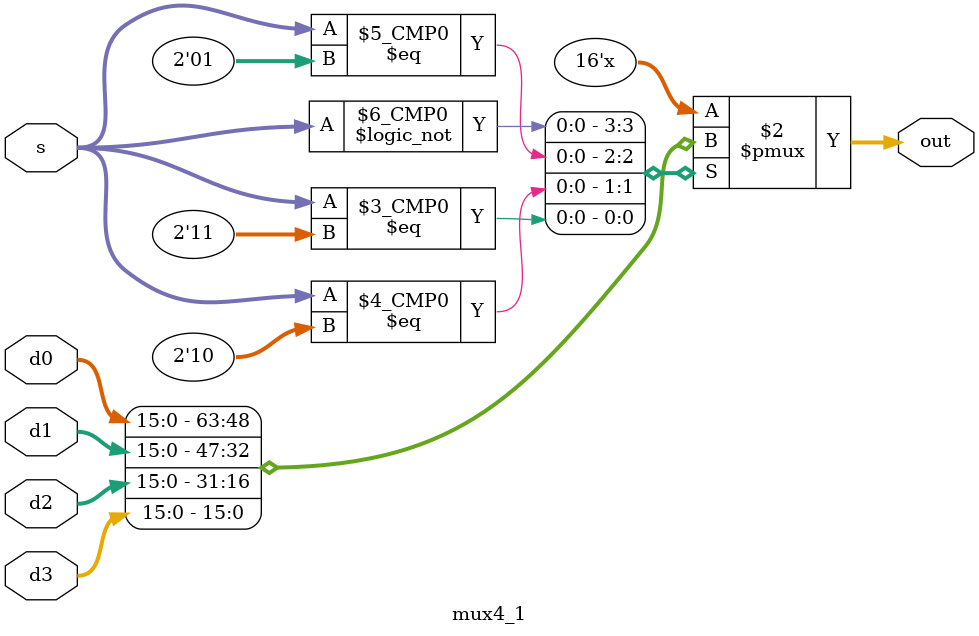
<source format=sv>
module mux2_1
    #(parameter width = 16)
    (input logic [width-1:0] d0, d1,
    input logic s,
    output logic [width-1:0] out);
    always_comb begin
        if (s)
            out = d1;
        else
            out = d0;
    end
endmodule

module mux4_1
    #(parameter width = 16)(
    input logic [width-1:0] d0, d1, d2, d3,
    input logic [1:0] s,
    output logic [width-1:0] out);
    always_comb begin
        unique case(s)
        2'b00:
            out=d0;
        2'b01:
            out=d1;
        2'b10:
            out=d2;
        2'b11:
            out=d3;
        endcase
    end
endmodule

</source>
